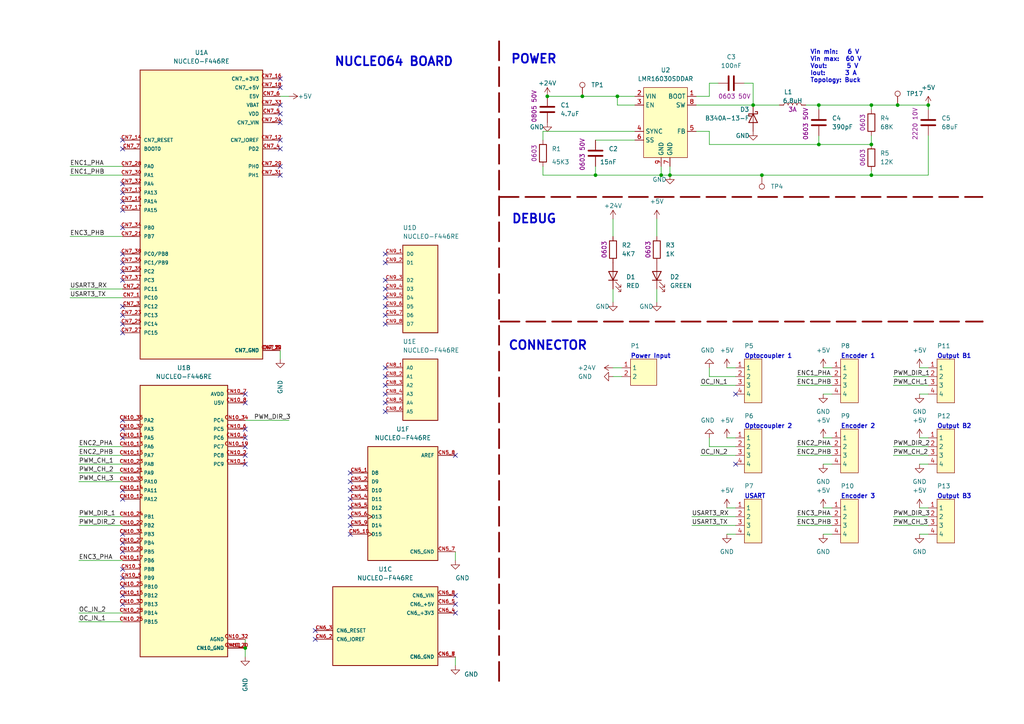
<source format=kicad_sch>
(kicad_sch (version 20230121) (generator eeschema)
  (paper "A4")
  (lib_symbols
    (symbol "Connector:TestPoint" (pin_numbers hide) (pin_names (offset 0.762) hide)
      (property "Reference" "TP" (at 0 6.858 0))
      (property "Value" "TestPoint" (at 0 5.08 0))
      (symbol "TestPoint_0_1"
        (circle (center 0 3.302) (radius 0.762))
      )
      (symbol "TestPoint_1_1"
        (pin passive line (at 0 0 90) (length 2.54) (name "1") (number "1"))
      )
    )
    (symbol "CustomConnectors:X9254WR-04-N0SN"
      (property "Reference" "P" (at -1.27 13.97 0))
      (property "Value" "X9254WR-04-N0SN" (at 3.81 5.08 90))
      (symbol "X9254WR-04-N0SN_0_1"
        (rectangle (start -2.54 0) (end 2.54 12.7) (fill (type background)))
      )
      (symbol "X9254WR-04-N0SN_1_1"
        (pin passive line (at -5.08 10.16 0) (length 2.54) (name "1") (number "1"))
        (pin passive line (at -5.08 7.62 0) (length 2.54) (name "2") (number "2"))
        (pin passive line (at -5.08 5.08 0) (length 2.54) (name "3") (number "3"))
        (pin passive line (at -5.08 2.54 0) (length 2.54) (name "4") (number "4"))
      )
    )
    (symbol "CustomModules:NUCLEO-F446RE" (pin_names (offset 1.016))
      (property "Reference" "U" (at -17.78 41.91 0))
      (property "Value" "NUCLEO-F446RE" (at -17.78 -44.45 0))
      (symbol "NUCLEO-F446RE_1_0"
        (rectangle (start -17.78 -43.18) (end 17.78 40.64) (stroke (width 0.254)) (fill (type background)))
        (pin bidirectional line (at -22.86 -25.4 0) (length 5.08) (name "PC10") (number "CN7_1"))
        (pin bidirectional line (at 22.86 20.32 180) (length 5.08) (name "CN7_IOREF") (number "CN7_12"))
        (pin bidirectional line (at -22.86 5.08 0) (length 5.08) (name "PA13") (number "CN7_13"))
        (pin bidirectional line (at -22.86 20.32 0) (length 5.08) (name "CN7_RESET") (number "CN7_14"))
        (pin bidirectional line (at -22.86 2.54 0) (length 5.08) (name "PA14") (number "CN7_15"))
        (pin power_in line (at 22.86 38.1 180) (length 5.08) (name "CN7_+3V3") (number "CN7_16"))
        (pin bidirectional line (at -22.86 0 0) (length 5.08) (name "PA15") (number "CN7_17"))
        (pin power_in line (at 22.86 35.56 180) (length 5.08) (name "CN7_+5V") (number "CN7_18"))
        (pin power_in line (at 22.86 -40.64 180) (length 5.08) (name "CN7_GND") (number "CN7_19"))
        (pin bidirectional line (at -22.86 -22.86 0) (length 5.08) (name "PC11") (number "CN7_2"))
        (pin power_in line (at 22.86 -40.64 180) (length 5.08) (name "CN7_GND") (number "CN7_20"))
        (pin bidirectional line (at -22.86 -7.62 0) (length 5.08) (name "PB7") (number "CN7_21"))
        (pin power_in line (at 22.86 -40.64 180) (length 5.08) (name "CN7_GND") (number "CN7_22"))
        (pin bidirectional line (at -22.86 -30.48 0) (length 5.08) (name "PC13") (number "CN7_23"))
        (pin power_in line (at 22.86 25.4 180) (length 5.08) (name "CN7_VIN") (number "CN7_24"))
        (pin bidirectional line (at -22.86 -33.02 0) (length 5.08) (name "PC14") (number "CN7_25"))
        (pin bidirectional line (at -22.86 -35.56 0) (length 5.08) (name "PC15") (number "CN7_27"))
        (pin bidirectional line (at -22.86 12.7 0) (length 5.08) (name "PA0") (number "CN7_28"))
        (pin bidirectional line (at 22.86 12.7 180) (length 5.08) (name "PH0") (number "CN7_29"))
        (pin bidirectional line (at -22.86 -27.94 0) (length 5.08) (name "PC12") (number "CN7_3"))
        (pin bidirectional line (at -22.86 10.16 0) (length 5.08) (name "PA1") (number "CN7_30"))
        (pin bidirectional line (at 22.86 10.16 180) (length 5.08) (name "PH1") (number "CN7_31"))
        (pin bidirectional line (at -22.86 7.62 0) (length 5.08) (name "PA4") (number "CN7_32"))
        (pin power_in line (at 22.86 30.48 180) (length 5.08) (name "VBAT") (number "CN7_33"))
        (pin bidirectional line (at -22.86 -5.08 0) (length 5.08) (name "PB0") (number "CN7_34"))
        (pin bidirectional line (at -22.86 -17.78 0) (length 5.08) (name "PC2") (number "CN7_35"))
        (pin bidirectional line (at -22.86 -15.24 0) (length 5.08) (name "PC1/PB9") (number "CN7_36"))
        (pin bidirectional line (at -22.86 -20.32 0) (length 5.08) (name "PC3") (number "CN7_37"))
        (pin bidirectional line (at -22.86 -12.7 0) (length 5.08) (name "PC0/PB8") (number "CN7_38"))
        (pin bidirectional line (at 22.86 17.78 180) (length 5.08) (name "PD2") (number "CN7_4"))
        (pin power_in line (at 22.86 27.94 180) (length 5.08) (name "VDD") (number "CN7_5"))
        (pin power_in line (at 22.86 33.02 180) (length 5.08) (name "E5V") (number "CN7_6"))
        (pin bidirectional line (at -22.86 17.78 0) (length 5.08) (name "BOOT0") (number "CN7_7"))
        (pin power_in line (at 22.86 -40.64 180) (length 5.08) (name "CN7_GND") (number "CN7_8"))
      )
      (symbol "NUCLEO-F446RE_2_0"
        (rectangle (start -12.7 -40.64) (end 12.7 38.1) (stroke (width 0.254)) (fill (type background)))
        (pin bidirectional line (at 17.78 15.24 180) (length 5.08) (name "PC9") (number "CN10_1"))
        (pin bidirectional line (at -17.78 22.86 0) (length 5.08) (name "PA5") (number "CN10_11"))
        (pin bidirectional line (at -17.78 5.08 0) (length 5.08) (name "PA12") (number "CN10_12"))
        (pin bidirectional line (at -17.78 20.32 0) (length 5.08) (name "PA6") (number "CN10_13"))
        (pin bidirectional line (at -17.78 7.62 0) (length 5.08) (name "PA11") (number "CN10_14"))
        (pin bidirectional line (at -17.78 17.78 0) (length 5.08) (name "PA7") (number "CN10_15"))
        (pin bidirectional line (at -17.78 -22.86 0) (length 5.08) (name "PB12") (number "CN10_16"))
        (pin bidirectional line (at -17.78 -12.7 0) (length 5.08) (name "PB6") (number "CN10_17"))
        (pin bidirectional line (at 17.78 20.32 180) (length 5.08) (name "PC7") (number "CN10_19"))
        (pin bidirectional line (at 17.78 17.78 180) (length 5.08) (name "PC8") (number "CN10_2"))
        (pin power_in line (at 17.78 -38.1 180) (length 5.08) (name "CN10_GND") (number "CN10_20"))
        (pin bidirectional line (at -17.78 12.7 0) (length 5.08) (name "PA9") (number "CN10_21"))
        (pin bidirectional line (at -17.78 -2.54 0) (length 5.08) (name "PB2") (number "CN10_22"))
        (pin bidirectional line (at -17.78 15.24 0) (length 5.08) (name "PA8") (number "CN10_23"))
        (pin bidirectional line (at -17.78 0 0) (length 5.08) (name "PB1") (number "CN10_24"))
        (pin bidirectional line (at -17.78 -20.32 0) (length 5.08) (name "PB10") (number "CN10_25"))
        (pin bidirectional line (at -17.78 -30.48 0) (length 5.08) (name "PB15") (number "CN10_26"))
        (pin bidirectional line (at -17.78 -7.62 0) (length 5.08) (name "PB4") (number "CN10_27"))
        (pin bidirectional line (at -17.78 -27.94 0) (length 5.08) (name "PB14") (number "CN10_28"))
        (pin bidirectional line (at -17.78 -10.16 0) (length 5.08) (name "PB5") (number "CN10_29"))
        (pin bidirectional line (at -17.78 -15.24 0) (length 5.08) (name "PB8") (number "CN10_3"))
        (pin bidirectional line (at -17.78 -25.4 0) (length 5.08) (name "PB13") (number "CN10_30"))
        (pin bidirectional line (at -17.78 -5.08 0) (length 5.08) (name "PB3") (number "CN10_31"))
        (pin power_in line (at 17.78 -35.56 180) (length 5.08) (name "AGND") (number "CN10_32"))
        (pin bidirectional line (at -17.78 10.16 0) (length 5.08) (name "PA10") (number "CN10_33"))
        (pin bidirectional line (at 17.78 27.94 180) (length 5.08) (name "PC4") (number "CN10_34"))
        (pin bidirectional line (at -17.78 27.94 0) (length 5.08) (name "PA2") (number "CN10_35"))
        (pin bidirectional line (at -17.78 25.4 0) (length 5.08) (name "PA3") (number "CN10_37"))
        (pin bidirectional line (at 17.78 22.86 180) (length 5.08) (name "PC6") (number "CN10_4"))
        (pin bidirectional line (at -17.78 -17.78 0) (length 5.08) (name "PB9") (number "CN10_5"))
        (pin bidirectional line (at 17.78 25.4 180) (length 5.08) (name "PC5") (number "CN10_6"))
        (pin power_in line (at 17.78 35.56 180) (length 5.08) (name "AVDD") (number "CN10_7"))
        (pin power_in line (at 17.78 33.02 180) (length 5.08) (name "U5V") (number "CN10_8"))
        (pin power_in line (at 17.78 -38.1 180) (length 5.08) (name "CN10_GND") (number "CN10_9"))
      )
      (symbol "NUCLEO-F446RE_3_0"
        (rectangle (start -15.24 -12.7) (end 15.24 10.16) (stroke (width 0.254)) (fill (type background)))
        (pin bidirectional line (at -20.32 -5.08 0) (length 5.08) (name "CN6_IOREF") (number "CN6_2"))
        (pin bidirectional line (at -20.32 -2.54 0) (length 5.08) (name "CN6_RESET") (number "CN6_3"))
        (pin power_in line (at 20.32 2.54 180) (length 5.08) (name "CN6_+3V3") (number "CN6_4"))
        (pin power_in line (at 20.32 5.08 180) (length 5.08) (name "CN6_+5V") (number "CN6_5"))
        (pin power_in line (at 20.32 -10.16 180) (length 5.08) (name "CN6_GND") (number "CN6_6"))
        (pin power_in line (at 20.32 -10.16 180) (length 5.08) (name "CN6_GND") (number "CN6_7"))
        (pin power_in line (at 20.32 7.62 180) (length 5.08) (name "CN6_VIN") (number "CN6_8"))
      )
      (symbol "NUCLEO-F446RE_4_0"
        (rectangle (start -5.08 -12.7) (end 5.08 12.7) (stroke (width 0.254)) (fill (type background)))
        (pin input line (at -10.16 10.16 0) (length 5.08) (name "D0") (number "CN9_1"))
        (pin output line (at -10.16 7.62 0) (length 5.08) (name "D1") (number "CN9_2"))
        (pin bidirectional line (at -10.16 2.54 0) (length 5.08) (name "D2") (number "CN9_3"))
        (pin bidirectional line (at -10.16 0 0) (length 5.08) (name "D3") (number "CN9_4"))
        (pin bidirectional line (at -10.16 -2.54 0) (length 5.08) (name "D4") (number "CN9_5"))
        (pin bidirectional line (at -10.16 -5.08 0) (length 5.08) (name "D5") (number "CN9_6"))
        (pin bidirectional line (at -10.16 -7.62 0) (length 5.08) (name "D6") (number "CN9_7"))
        (pin bidirectional line (at -10.16 -10.16 0) (length 5.08) (name "D7") (number "CN9_8"))
      )
      (symbol "NUCLEO-F446RE_5_0"
        (rectangle (start -5.08 -10.16) (end 5.08 7.62) (stroke (width 0.254)) (fill (type background)))
        (pin input line (at -10.16 5.08 0) (length 5.08) (name "A0") (number "CN8_1"))
        (pin input line (at -10.16 2.54 0) (length 5.08) (name "A1") (number "CN8_2"))
        (pin input line (at -10.16 0 0) (length 5.08) (name "A2") (number "CN8_3"))
        (pin input line (at -10.16 -2.54 0) (length 5.08) (name "A3") (number "CN8_4"))
        (pin input line (at -10.16 -5.08 0) (length 5.08) (name "A4") (number "CN8_5"))
        (pin input line (at -10.16 -7.62 0) (length 5.08) (name "A5") (number "CN8_6"))
      )
      (symbol "NUCLEO-F446RE_6_0"
        (rectangle (start -10.16 -17.78) (end 10.16 15.24) (stroke (width 0.254)) (fill (type background)))
        (pin bidirectional line (at -15.24 7.62 0) (length 5.08) (name "D8") (number "CN5_1"))
        (pin bidirectional clock (at -15.24 -10.16 0) (length 5.08) (name "D15") (number "CN5_10"))
        (pin bidirectional line (at -15.24 5.08 0) (length 5.08) (name "D9") (number "CN5_2"))
        (pin bidirectional line (at -15.24 2.54 0) (length 5.08) (name "D10") (number "CN5_3"))
        (pin bidirectional line (at -15.24 0 0) (length 5.08) (name "D11") (number "CN5_4"))
        (pin bidirectional line (at -15.24 -2.54 0) (length 5.08) (name "D12") (number "CN5_5"))
        (pin bidirectional clock (at -15.24 -5.08 0) (length 5.08) (name "D13") (number "CN5_6"))
        (pin power_in line (at 15.24 -15.24 180) (length 5.08) (name "CN5_GND") (number "CN5_7"))
        (pin power_in line (at 15.24 12.7 180) (length 5.08) (name "AREF") (number "CN5_8"))
        (pin bidirectional line (at -15.24 -7.62 0) (length 5.08) (name "D14") (number "CN5_9"))
      )
    )
    (symbol "Device:C" (pin_numbers hide) (pin_names (offset 0.254))
      (property "Reference" "C" (at 0.635 2.54 0))
      (property "Value" "C" (at 0.635 -2.54 0))
      (symbol "C_0_1"
        (polyline (pts (xy -2.032 -0.762) (xy 2.032 -0.762)) (stroke (width 0.508)))
        (polyline (pts (xy -2.032 0.762) (xy 2.032 0.762)) (stroke (width 0.508)))
      )
      (symbol "C_1_1"
        (pin passive line (at 0 3.81 270) (length 2.794) (name "~") (number "1"))
        (pin passive line (at 0 -3.81 90) (length 2.794) (name "~") (number "2"))
      )
    )
    (symbol "Device:D_Schottky" (pin_numbers hide) (pin_names (offset 1.016) hide)
      (property "Reference" "D" (at 0 2.54 0))
      (property "Value" "D_Schottky" (at 0 -2.54 0))
      (symbol "D_Schottky_0_1"
        (polyline (pts (xy 1.27 0) (xy -1.27 0)))
        (polyline (pts (xy 1.27 1.27) (xy 1.27 -1.27) (xy -1.27 0) (xy 1.27 1.27)) (stroke (width 0.254)))
        (polyline (pts (xy -1.905 0.635) (xy -1.905 1.27) (xy -1.27 1.27) (xy -1.27 -1.27) (xy -0.635 -1.27) (xy -0.635 -0.635)) (stroke (width 0.254)))
      )
      (symbol "D_Schottky_1_1"
        (pin passive line (at -3.81 0 0) (length 2.54) (name "K") (number "1"))
        (pin passive line (at 3.81 0 180) (length 2.54) (name "A") (number "2"))
      )
    )
    (symbol "Device:L" (pin_numbers hide) (pin_names (offset 1.016) hide)
      (property "Reference" "L" (at -1.27 0 90))
      (property "Value" "L" (at 1.905 0 90))
      (symbol "L_0_1"
        (arc (start 0 -2.54) (mid 0.6323 -1.905) (end 0 -1.27))
        (arc (start 0 -1.27) (mid 0.6323 -0.635) (end 0 0))
        (arc (start 0 0) (mid 0.6323 0.635) (end 0 1.27))
        (arc (start 0 1.27) (mid 0.6323 1.905) (end 0 2.54))
      )
      (symbol "L_1_1"
        (pin passive line (at 0 3.81 270) (length 1.27) (name "1") (number "1"))
        (pin passive line (at 0 -3.81 90) (length 1.27) (name "2") (number "2"))
      )
    )
    (symbol "Device:LED" (pin_numbers hide) (pin_names (offset 1.016) hide)
      (property "Reference" "D" (at 0 2.54 0))
      (property "Value" "LED" (at 0 -2.54 0))
      (symbol "LED_0_1"
        (polyline (pts (xy -1.27 -1.27) (xy -1.27 1.27)) (stroke (width 0.254)))
        (polyline (pts (xy -1.27 0) (xy 1.27 0)))
        (polyline (pts (xy 1.27 -1.27) (xy 1.27 1.27) (xy -1.27 0) (xy 1.27 -1.27)) (stroke (width 0.254)))
        (polyline (pts (xy -3.048 -0.762) (xy -4.572 -2.286) (xy -3.81 -2.286) (xy -4.572 -2.286) (xy -4.572 -1.524)))
        (polyline (pts (xy -1.778 -0.762) (xy -3.302 -2.286) (xy -2.54 -2.286) (xy -3.302 -2.286) (xy -3.302 -1.524)))
      )
      (symbol "LED_1_1"
        (pin passive line (at -3.81 0 0) (length 2.54) (name "K") (number "1"))
        (pin passive line (at 3.81 0 180) (length 2.54) (name "A") (number "2"))
      )
    )
    (symbol "Device:R" (pin_numbers hide) (pin_names (offset 0))
      (property "Reference" "R" (at 2.032 0 90))
      (property "Value" "R" (at 0 0 90))
      (symbol "R_0_1"
        (rectangle (start -1.016 -2.54) (end 1.016 2.54) (stroke (width 0.254)))
      )
      (symbol "R_1_1"
        (pin passive line (at 0 3.81 270) (length 1.27) (name "~") (number "1"))
        (pin passive line (at 0 -3.81 90) (length 1.27) (name "~") (number "2"))
      )
    )
    (symbol "PluggableTerminalBlock:TB_1x2_5.08mm_RA"
      (property "Reference" "P" (at 0 10.16 0))
      (property "Value" "TB_1x2_5.08mm_RA" (at 10.16 2.54 90))
      (symbol "TB_1x2_5.08mm_RA_0_1"
        (rectangle (start 0 0) (end 7.62 7.62) (fill (type background)))
      )
      (symbol "TB_1x2_5.08mm_RA_1_1"
        (pin passive line (at -2.54 5.08 0) (length 2.54) (name "1") (number "1"))
        (pin passive line (at -2.54 2.54 0) (length 2.54) (name "2") (number "2"))
      )
    )
    (symbol "SwitchingRegulators:LMR16030SDDAR"
      (property "Reference" "U" (at 12.7 1.27 0))
      (property "Value" "LMR16030SDDAR" (at 20.32 -1.27 0))
      (property "LCSC" "C136648" (at 0 0 0))
      (symbol "LMR16030SDDAR_0_1"
        (rectangle (start 12.7 -2.54) (end 25.4 -22.86) (fill (type background)))
      )
      (symbol "LMR16030SDDAR_1_1"
        (pin power_in line (at 27.94 -5.08 180) (length 2.54) (name "BOOT") (number "1"))
        (pin power_in line (at 10.16 -5.08 0) (length 2.54) (name "VIN") (number "2"))
        (pin passive line (at 10.16 -7.62 0) (length 2.54) (name "EN") (number "3"))
        (pin passive line (at 10.16 -15.24 0) (length 2.54) (name "SYNC") (number "4"))
        (pin passive line (at 27.94 -15.24 180) (length 2.54) (name "FB") (number "5"))
        (pin passive line (at 10.16 -17.78 0) (length 2.54) (name "SS") (number "6"))
        (pin passive line (at 20.32 -25.4 90) (length 2.54) (name "GND") (number "7"))
        (pin power_out line (at 27.94 -7.62 180) (length 2.54) (name "SW") (number "8"))
        (pin passive line (at 17.78 -25.4 90) (length 2.54) (name "GND") (number "9"))
      )
    )
    (symbol "power:+24V" (power) (pin_names (offset 0))
      (property "Value" "+24V" (at 0 3.556 0))
      (symbol "+24V_0_1"
        (polyline (pts (xy -0.762 1.27) (xy 0 2.54)))
        (polyline (pts (xy 0 0) (xy 0 2.54)))
        (polyline (pts (xy 0 2.54) (xy 0.762 1.27)))
      )
      (symbol "+24V_1_1"
        (pin power_in line (at 0 0 90) (length 0) hide (name "+24V") (number "1"))
      )
    )
    (symbol "power:+5V" (power) (pin_names (offset 0))
      (property "Value" "+5V" (at 0 3.556 0))
      (symbol "+5V_0_1"
        (polyline (pts (xy -0.762 1.27) (xy 0 2.54)))
        (polyline (pts (xy 0 0) (xy 0 2.54)))
        (polyline (pts (xy 0 2.54) (xy 0.762 1.27)))
      )
      (symbol "+5V_1_1"
        (pin power_in line (at 0 0 90) (length 0) hide (name "+5V") (number "1"))
      )
    )
    (symbol "power:GND" (power) (pin_names (offset 0))
      (property "Value" "GND" (at 0 -3.81 0))
      (symbol "GND_0_1"
        (polyline (pts (xy 0 0) (xy 0 -1.27) (xy 1.27 -1.27) (xy 0 -2.54) (xy -1.27 -1.27) (xy 0 -1.27)))
      )
      (symbol "GND_1_1"
        (pin power_in line (at 0 0 270) (length 0) hide (name "GND") (number "1"))
      )
    )
  )
  (junction (at 220.98 50.8))
  (junction (at 191.77 50.8))
  (junction (at 269.24 30.48))
  (junction (at 158.75 27.94))
  (junction (at 237.49 30.48))
  (junction (at 179.07 27.94))
  (junction (at 71.12 187.96))
  (junction (at 252.73 30.48))
  (junction (at 168.91 27.94))
  (junction (at 218.44 30.48))
  (junction (at 260.35 30.48))
  (junction (at 194.31 50.8))
  (junction (at 237.49 41.91))
  (junction (at 252.73 41.91))
  (junction (at 252.73 50.8))
  (junction (at 172.72 50.8))
  (no_connect (at 35.56 142.24))
  (no_connect (at 111.76 119.38))
  (no_connect (at 71.12 116.84))
  (no_connect (at 81.28 48.26))
  (no_connect (at 35.56 60.96))
  (no_connect (at 81.28 50.8))
  (no_connect (at 35.56 91.44))
  (no_connect (at 111.76 106.68))
  (no_connect (at 213.36 134.62))
  (no_connect (at 111.76 111.76))
  (no_connect (at 111.76 109.22))
  (no_connect (at 35.56 76.2))
  (no_connect (at 35.56 165.1))
  (no_connect (at 35.56 157.48))
  (no_connect (at 91.44 185.42))
  (no_connect (at 35.56 175.26))
  (no_connect (at 132.08 172.72))
  (no_connect (at 35.56 160.02))
  (no_connect (at 132.08 177.8))
  (no_connect (at 81.28 35.56))
  (no_connect (at 81.28 22.86))
  (no_connect (at 81.28 25.4))
  (no_connect (at 111.76 116.84))
  (no_connect (at 35.56 127))
  (no_connect (at 111.76 88.9))
  (no_connect (at 111.76 114.3))
  (no_connect (at 101.6 142.24))
  (no_connect (at 35.56 172.72))
  (no_connect (at 101.6 139.7))
  (no_connect (at 71.12 132.08))
  (no_connect (at 81.28 40.64))
  (no_connect (at 111.76 86.36))
  (no_connect (at 71.12 114.3))
  (no_connect (at 35.56 78.74))
  (no_connect (at 35.56 58.42))
  (no_connect (at 132.08 175.26))
  (no_connect (at 71.12 124.46))
  (no_connect (at 35.56 43.18))
  (no_connect (at 111.76 93.98))
  (no_connect (at 111.76 81.28))
  (no_connect (at 101.6 144.78))
  (no_connect (at 35.56 40.64))
  (no_connect (at 35.56 53.34))
  (no_connect (at 101.6 137.16))
  (no_connect (at 111.76 73.66))
  (no_connect (at 111.76 83.82))
  (no_connect (at 81.28 33.02))
  (no_connect (at 81.28 30.48))
  (no_connect (at 35.56 93.98))
  (no_connect (at 71.12 134.62))
  (no_connect (at 35.56 170.18))
  (no_connect (at 35.56 121.92))
  (no_connect (at 101.6 154.94))
  (no_connect (at 35.56 73.66))
  (no_connect (at 35.56 154.94))
  (no_connect (at 101.6 152.4))
  (no_connect (at 35.56 88.9))
  (no_connect (at 35.56 167.64))
  (no_connect (at 111.76 91.44))
  (no_connect (at 111.76 76.2))
  (no_connect (at 35.56 66.04))
  (no_connect (at 35.56 144.78))
  (no_connect (at 213.36 114.3))
  (no_connect (at 71.12 129.54))
  (no_connect (at 35.56 124.46))
  (no_connect (at 35.56 96.52))
  (no_connect (at 101.6 149.86))
  (no_connect (at 35.56 81.28))
  (no_connect (at 71.12 127))
  (no_connect (at 35.56 55.88))
  (no_connect (at 81.28 43.18))
  (no_connect (at 91.44 182.88))
  (no_connect (at 132.08 132.08))
  (no_connect (at 101.6 147.32))
  (wire (pts (xy 205.74 27.94) (xy 205.74 24.13)))
  (wire (pts (xy 213.36 106.68) (xy 210.82 106.68)))
  (wire (pts (xy 259.08 109.22) (xy 269.24 109.22)))
  (wire (pts (xy 205.74 41.91) (xy 205.74 38.1)))
  (wire (pts (xy 22.86 132.08) (xy 35.56 132.08)))
  (wire (pts (xy 177.8 63.5) (xy 177.8 68.58)))
  (wire (pts (xy 157.48 38.1) (xy 157.48 40.64)))
  (wire (pts (xy 157.48 50.8) (xy 172.72 50.8)))
  (wire (pts (xy 180.34 109.22) (xy 177.8 109.22)))
  (wire (pts (xy 205.74 106.68) (xy 205.74 109.22)))
  (wire (pts (xy 252.73 39.37) (xy 252.73 41.91)))
  (wire (pts (xy 241.3 129.54) (xy 231.14 129.54)))
  (wire (pts (xy 157.48 38.1) (xy 184.15 38.1)))
  (wire (pts (xy 266.7 127) (xy 269.24 127)))
  (wire (pts (xy 71.12 185.42) (xy 71.12 187.96)))
  (wire (pts (xy 177.8 83.82) (xy 177.8 87.63)))
  (wire (pts (xy 35.56 152.4) (xy 22.86 152.4)))
  (wire (pts (xy 237.49 41.91) (xy 252.73 41.91)))
  (wire (pts (xy 269.24 30.48) (xy 269.24 31.75)))
  (wire (pts (xy 179.07 27.94) (xy 184.15 27.94)))
  (wire (pts (xy 241.3 106.68) (xy 238.76 106.68)))
  (wire (pts (xy 241.3 152.4) (xy 231.14 152.4)))
  (wire (pts (xy 132.08 190.5) (xy 132.08 193.04)))
  (wire (pts (xy 241.3 109.22) (xy 231.14 109.22)))
  (wire (pts (xy 172.72 48.26) (xy 172.72 50.8)))
  (wire (pts (xy 35.56 50.8) (xy 20.32 50.8)))
  (wire (pts (xy 184.15 30.48) (xy 179.07 30.48)))
  (wire (pts (xy 20.32 86.36) (xy 35.56 86.36)))
  (wire (pts (xy 145.161 93.2688) (xy 284.988 93.2688)) (stroke (width 0.5) (type dash) (color 132 0 0 1)))
  (wire (pts (xy 266.7 106.68) (xy 269.24 106.68)))
  (wire (pts (xy 194.31 48.26) (xy 194.31 50.8)))
  (wire (pts (xy 205.74 38.1) (xy 201.93 38.1)))
  (wire (pts (xy 241.3 149.86) (xy 231.14 149.86)))
  (wire (pts (xy 252.73 30.48) (xy 260.35 30.48)))
  (wire (pts (xy 168.91 27.94) (xy 179.07 27.94)))
  (wire (pts (xy 81.28 101.6) (xy 81.28 104.14)))
  (wire (pts (xy 35.56 149.86) (xy 22.86 149.86)))
  (wire (pts (xy 237.49 39.37) (xy 237.49 41.91)))
  (wire (pts (xy 158.75 27.94) (xy 168.91 27.94)))
  (wire (pts (xy 191.77 48.26) (xy 191.77 50.8)))
  (wire (pts (xy 213.36 111.76) (xy 203.2 111.76)))
  (wire (pts (xy 252.73 50.8) (xy 220.98 50.8)))
  (wire (pts (xy 144.7546 11.9888) (xy 144.7546 198.0184)) (stroke (width 0.5) (type dash) (color 132 0 0 1)))
  (wire (pts (xy 266.7 114.3) (xy 269.24 114.3)))
  (wire (pts (xy 20.32 83.82) (xy 35.56 83.82)))
  (wire (pts (xy 252.73 30.48) (xy 252.73 31.75)))
  (wire (pts (xy 241.3 154.94) (xy 238.76 154.94)))
  (wire (pts (xy 213.36 109.22) (xy 205.74 109.22)))
  (wire (pts (xy 266.7 134.62) (xy 269.24 134.62)))
  (wire (pts (xy 259.08 132.08) (xy 269.24 132.08)))
  (wire (pts (xy 200.66 149.86) (xy 213.36 149.86)))
  (wire (pts (xy 241.3 132.08) (xy 231.14 132.08)))
  (wire (pts (xy 213.36 132.08) (xy 203.2 132.08)))
  (wire (pts (xy 22.86 139.7) (xy 35.56 139.7)))
  (wire (pts (xy 201.93 27.94) (xy 205.74 27.94)))
  (wire (pts (xy 22.86 162.56) (xy 35.56 162.56)))
  (wire (pts (xy 269.24 154.94) (xy 266.7 154.94)))
  (wire (pts (xy 144.907 57.1246) (xy 284.9118 57.1246)) (stroke (width 0.5) (type dash) (color 132 0 0 1)))
  (wire (pts (xy 269.24 147.32) (xy 266.7 147.32)))
  (wire (pts (xy 269.24 39.37) (xy 269.24 50.8)))
  (wire (pts (xy 71.12 187.96) (xy 71.12 190.5)))
  (wire (pts (xy 172.72 50.8) (xy 191.77 50.8)))
  (wire (pts (xy 241.3 114.3) (xy 238.76 114.3)))
  (wire (pts (xy 237.49 30.48) (xy 252.73 30.48)))
  (wire (pts (xy 220.98 50.8) (xy 194.31 50.8)))
  (wire (pts (xy 22.86 137.16) (xy 35.56 137.16)))
  (wire (pts (xy 259.08 129.54) (xy 269.24 129.54)))
  (wire (pts (xy 252.73 49.53) (xy 252.73 50.8)))
  (wire (pts (xy 237.49 30.48) (xy 237.49 31.75)))
  (wire (pts (xy 81.28 27.94) (xy 83.82 27.94)))
  (wire (pts (xy 35.56 48.26) (xy 20.32 48.26)))
  (wire (pts (xy 190.5 83.82) (xy 190.5 87.63)))
  (wire (pts (xy 284.988 93.2434) (xy 284.988 93.2688)) (stroke (width 0.5) (type dash) (color 132 0 0 1)))
  (wire (pts (xy 20.32 68.58) (xy 35.56 68.58)))
  (wire (pts (xy 201.93 30.48) (xy 218.44 30.48)))
  (wire (pts (xy 172.72 40.64) (xy 184.15 40.64)))
  (wire (pts (xy 218.44 30.48) (xy 226.06 30.48)))
  (wire (pts (xy 213.36 154.94) (xy 210.82 154.94)))
  (wire (pts (xy 241.3 134.62) (xy 238.76 134.62)))
  (wire (pts (xy 241.3 111.76) (xy 231.14 111.76)))
  (wire (pts (xy 35.56 177.8) (xy 22.86 177.8)))
  (wire (pts (xy 191.77 50.8) (xy 194.31 50.8)))
  (wire (pts (xy 213.36 127) (xy 210.82 127)))
  (wire (pts (xy 157.48 50.8) (xy 157.48 48.26)))
  (wire (pts (xy 190.5 63.5) (xy 190.5 68.58)))
  (wire (pts (xy 213.36 147.32) (xy 210.82 147.32)))
  (wire (pts (xy 269.24 50.8) (xy 252.73 50.8)))
  (wire (pts (xy 205.74 127) (xy 205.74 129.54)))
  (wire (pts (xy 205.74 24.13) (xy 208.28 24.13)))
  (wire (pts (xy 22.86 134.62) (xy 35.56 134.62)))
  (wire (pts (xy 180.34 106.68) (xy 177.8 106.68)))
  (wire (pts (xy 71.12 121.92) (xy 83.82 121.92)))
  (wire (pts (xy 269.24 149.86) (xy 259.08 149.86)))
  (wire (pts (xy 215.9 24.13) (xy 218.44 24.13)))
  (wire (pts (xy 284.9118 57.0992) (xy 284.9118 57.1246)) (stroke (width 0.5) (type dash) (color 132 0 0 1)))
  (wire (pts (xy 260.35 30.48) (xy 269.24 30.48)))
  (wire (pts (xy 200.66 152.4) (xy 213.36 152.4)))
  (wire (pts (xy 218.44 24.13) (xy 218.44 30.48)))
  (wire (pts (xy 259.08 111.76) (xy 269.24 111.76)))
  (wire (pts (xy 269.24 152.4) (xy 259.08 152.4)))
  (wire (pts (xy 233.68 30.48) (xy 237.49 30.48)))
  (wire (pts (xy 241.3 127) (xy 238.76 127)))
  (wire (pts (xy 205.74 41.91) (xy 237.49 41.91)))
  (wire (pts (xy 35.56 180.34) (xy 22.86 180.34)))
  (wire (pts (xy 241.3 147.32) (xy 238.76 147.32)))
  (wire (pts (xy 22.86 129.54) (xy 35.56 129.54)))
  (wire (pts (xy 179.07 30.48) (xy 179.07 27.94)))
  (wire (pts (xy 213.36 129.54) (xy 205.74 129.54)))
  (wire (pts (xy 132.08 160.02) (xy 132.08 162.56)))
  (text "DEBUG" (at 148.2852 65.1002 0) (effects (font (size 2.54 2.54) (thickness 0.508) bold) (justify left bottom)))
  (text "Optocoupler 1" (at 215.9 104.14 0) (effects (font (size 1.27 1.27) bold) (justify left bottom)))
  (text "Vin min:   6 V\nVin max:  60 V\nVout:      5 V\nIout:      3 A\nTopology: Buck" (at 234.95 24.13 0) (effects (font (size 1.27 1.27) (thickness 0.254) bold) (justify left bottom)))
  (text "Output B1" (at 271.78 104.14 0) (effects (font (size 1.27 1.27) bold) (justify left bottom)))
  (text "Power Input" (at 182.88 104.14 0) (effects (font (size 1.27 1.27) (thickness 0.254) bold) (justify left bottom)))
  (text "CONNECTOR" (at 147.32 101.8032 0) (effects (font (size 2.54 2.54) (thickness 0.508) bold) (justify left bottom)))
  (text "Encoder 2" (at 243.84 124.46 0) (effects (font (size 1.27 1.27) bold) (justify left bottom)))
  (text "POWER" (at 148.0312 18.7452 0) (effects (font (size 2.54 2.54) (thickness 0.508) bold) (justify left bottom)))
  (text "Encoder 1" (at 243.84 104.14 0) (effects (font (size 1.27 1.27) bold) (justify left bottom)))
  (text "USART" (at 215.9 144.78 0) (effects (font (size 1.27 1.27) bold) (justify left bottom)))
  (text "Optocoupler 2" (at 215.9 124.46 0) (effects (font (size 1.27 1.27) bold) (justify left bottom)))
  (text "NUCLEO64 BOARD" (at 96.8502 19.4818 0) (effects (font (size 2.54 2.54) (thickness 0.508) bold) (justify left bottom)))
  (text "Output B2" (at 271.78 124.46 0) (effects (font (size 1.27 1.27) bold) (justify left bottom)))
  (text "Output B3" (at 271.78 144.78 0) (effects (font (size 1.27 1.27) bold) (justify left bottom)))
  (text "Encoder 3" (at 243.84 144.78 0) (effects (font (size 1.27 1.27) bold) (justify left bottom)))
  (label "ENC2_PHA" (at 231.14 129.54 0))
  (label "ENC3_PHB" (at 20.32 68.58 0))
  (label "ENC2_PHA" (at 22.86 129.54 0))
  (label "USART3_RX" (at 200.66 149.86 0))
  (label "ENC3_PHA" (at 231.14 149.86 0))
  (label "PWM_CH_3" (at 22.86 139.7 0))
  (label "PWM_CH_2" (at 22.86 137.16 0))
  (label "PWM_DIR_2" (at 22.86 152.4 0))
  (label "PWM_CH_1" (at 22.86 134.62 0))
  (label "PWM_CH_2" (at 259.08 132.08 0))
  (label "PWM_DIR_2" (at 259.08 129.54 0))
  (label "PWM_DIR_3" (at 259.08 149.86 0))
  (label "USART3_RX" (at 20.32 83.82 0))
  (label "USART3_TX" (at 20.32 86.36 0))
  (label "PWM_CH_3" (at 259.08 152.4 0))
  (label "PWM_DIR_1" (at 22.86 149.86 0))
  (label "OC_IN_1" (at 203.2 111.76 0))
  (label "ENC1_PHA" (at 231.14 109.22 0))
  (label "ENC3_PHB" (at 231.14 152.4 0))
  (label "PWM_DIR_1" (at 259.08 109.22 0))
  (label "ENC2_PHB" (at 22.86 132.08 0))
  (label "ENC2_PHB" (at 231.14 132.08 0))
  (label "USART3_TX" (at 200.66 152.4 0))
  (label "OC_IN_2" (at 22.86 177.8 0))
  (label "ENC1_PHB" (at 231.14 111.76 0))
  (label "OC_IN_1" (at 22.86 180.34 0))
  (label "PWM_CH_1" (at 259.08 111.76 0))
  (label "OC_IN_2" (at 203.2 132.08 0))
  (label "ENC1_PHA" (at 20.32 48.26 0))
  (label "ENC1_PHB" (at 20.32 50.8 0))
  (label "ENC3_PHA" (at 22.86 162.56 0))
  (label "PWM_DIR_3" (at 73.66 121.92 0))
  (symbol (lib_id "power:GND") (at 190.5 87.63 0) (unit 1)
    (property "Reference" "#PWR0137" (effects hide))
    (property "Value" "GND" (at 185.42 88.9 0) (effects (justify left)))
  )
  (symbol (lib_id "power:GND") (at 238.76 114.3 0) (unit 1)
    (property "Reference" "#PWR0117" (effects hide))
    (property "Value" "GND" (at 238.76 119.38 0))
  )
  (symbol (lib_id "Device:C") (at 172.72 44.45 0) (unit 1)
    (property "Reference" "C2" (at 176.53 43.1799 0) (effects (justify left)))
    (property "Value" "15nF" (at 173.99 46.99 0) (effects (justify left)))
    (property "Footprint" "Capacitor_SMD:C_0603_1608Metric" (effects hide))
    (property "LCSC" "C107076" (effects hide))
    (property "PN" "CC0603KRX7R9BB153" (effects hide))
    (property "Package" "0603" (at 168.91 46.99 90))
    (property "Tolerance" "20%" (effects hide))
    (property "Voltage" "50V" (at 168.91 41.91 90))
  )
  (symbol (lib_id "SwitchingRegulators:LMR16030SDDAR") (at 173.99 22.86 0) (unit 1)
    (property "Reference" "U2" (at 193.04 20.32 0))
    (property "Value" "LMR16030SDDAR" (at 193.04 22.86 0))
    (property "Footprint" "SwitchingRegulators:VREG_LM5017MR_NOPB" (effects hide))
    (property "Datasheet" "https://datasheet.lcsc.com/lcsc/1912111437_Texas-Instruments-LMR16030SDDAR_C136648.pdf" (effects hide))
    (property "LCSC" "C136648" (effects hide))
    (property "PN" "LMR16030SDDAR" (effects hide))
  )
  (symbol (lib_id "Device:C") (at 269.24 35.56 0) (unit 1)
    (property "Reference" "C5" (at 273.05 34.2899 0) (effects (justify left)))
    (property "Value" "68uF" (at 273.05 36.8299 0) (effects (justify left)))
    (property "Footprint" "Capacitor_SMD:C_2220_5650Metric" (effects hide))
    (property "Datasheet" "https://www.lcsc.com/products/Capacitors_312.html" (effects hide))
    (property "Voltage" "10V" (at 265.43 33.02 90))
    (property "Package" "2220" (at 265.43 38.1 90))
    (property "LCSC" "C342299" (effects hide))
    (property "PN" "C5750X5R1A686MT000N" (effects hide))
    (property "Tolerance" "20%" (effects hide))
  )
  (symbol (lib_id "CustomModules:NUCLEO-F446RE") (at 58.42 60.96 0) (unit 1)
    (property "Reference" "U1" (at 58.42 15.24 0))
    (property "Value" "NUCLEO-F446RE" (at 58.42 17.78 0))
    (property "Footprint" "modules:MODULE_NUCLEO-F446RE" (effects hide))
    (property "MANUFACTURER" "STMicroelectronics" (effects hide))
    (property "PARTREV" "13" (effects hide))
    (property "STANDARD" "Manufacturer Recommendations" (effects hide))
    (property "LCSC" "-" (effects hide))
    (property "JLCPCB BOM" "0" (effects hide))
  )
  (symbol (lib_id "power:+24V") (at 177.8 63.5 0) (unit 1)
    (property "Reference" "#PWR0134" (effects hide))
    (property "Value" "+24V" (at 177.8 59.69 0))
  )
  (symbol (lib_id "power:GND") (at 81.28 104.14 0) (unit 1)
    (property "Reference" "#PWR0124" (effects hide))
    (property "Value" "GND" (at 81.28 114.3 90) (effects (justify left)))
  )
  (symbol (lib_id "Device:C") (at 158.75 31.75 0) (unit 1)
    (property "Reference" "C1" (at 162.56 30.4799 0) (effects (justify left)))
    (property "Value" "4.7uF" (at 162.56 33.0199 0) (effects (justify left)))
    (property "Footprint" "Capacitor_SMD:C_0805_2012Metric" (effects hide))
    (property "LCSC" "C98192" (effects hide))
    (property "PN" "CL21A475KBQNNNE" (effects hide))
    (property "Package" "0805" (at 154.94 33.02 90))
    (property "Tolerance" "20%" (effects hide))
    (property "Voltage" "50V" (at 154.94 27.94 90))
  )
  (symbol (lib_id "PluggableTerminalBlock:TB_1x2_5.08mm_RA") (at 182.88 111.76 0) (unit 1)
    (property "Reference" "P1" (at 182.88 100.33 0) (effects (justify left)))
    (property "Value" "TB_1x2_5.08mm_RA" (effects hide))
    (property "Footprint" "PluggableTerminalBLock:MX2EDGR-5.08-GN01-02P-Cu-A" (effects hide))
    (property "LCSC" "C5187973" (effects hide))
    (property "PN" "MX2EDGR-5.08-GN01-02P-Cu-A" (effects hide))
    (property "Package" "-" (effects hide))
    (property "Tolerance" "-" (effects hide))
  )
  (symbol (lib_id "Connector:TestPoint") (at 220.98 50.8 180) (unit 1) (in_bom no)
    (property "Reference" "TP4" (at 223.52 54.1019 0) (effects (justify right)))
    (property "Value" "+5V_TP" (effects hide))
    (property "Footprint" "TestPoint:TestPoint_Pad_D1.0mm" (effects hide))
    (property "LCSC" "-" (effects hide))
    (property "JLCPCB BOM" "0" (effects hide))
  )
  (symbol (lib_id "power:GND") (at 158.75 35.56 0) (unit 1)
    (property "Reference" "#PWR0139" (effects hide))
    (property "Value" "GND" (at 153.67 36.83 0) (effects (justify left)))
  )
  (symbol (lib_id "power:GND") (at 218.44 38.1 0) (unit 1)
    (property "Reference" "#PWR0132" (effects hide))
    (property "Value" "GND" (at 213.36 39.37 0) (effects (justify left)))
  )
  (symbol (lib_id "power:GND") (at 238.76 134.62 0) (unit 1)
    (property "Reference" "#PWR0110" (effects hide))
    (property "Value" "GND" (at 238.76 139.7 0))
  )
  (symbol (lib_id "power:+5V") (at 190.5 63.5 0) (unit 1)
    (property "Reference" "#PWR0135" (effects hide))
    (property "Value" "+5V" (at 190.5 58.42 0))
  )
  (symbol (lib_id "CustomModules:NUCLEO-F446RE") (at 53.34 149.86 0) (unit 2)
    (property "Reference" "U1" (at 53.34 106.68 0))
    (property "Value" "NUCLEO-F446RE" (at 53.34 109.22 0))
    (property "Footprint" "modules:MODULE_NUCLEO-F446RE" (effects hide))
    (property "MANUFACTURER" "STMicroelectronics" (effects hide))
    (property "PARTREV" "13" (effects hide))
    (property "STANDARD" "Manufacturer Recommendations" (effects hide))
    (property "LCSC" "-" (effects hide))
    (property "JLCPCB BOM" "0" (effects hide))
  )
  (symbol (lib_id "CustomConnectors:X9254WR-04-N0SN") (at 218.44 116.84 0) (unit 1)
    (property "Reference" "P5" (at 215.9 100.33 0) (effects (justify left)))
    (property "Value" "X9254WR-04-N0SN" (effects hide))
    (property "Footprint" "CustomConnectors:X9254WR-04-N0SN" (effects hide))
    (property "LCSC" "C706941" (effects hide))
    (property "PN" "X9254WR-04-N0SN" (effects hide))
    (property "Package" "-" (effects hide))
    (property "Tolerance" "-" (effects hide))
  )
  (symbol (lib_id "power:+5V") (at 266.7 106.68 0) (unit 1)
    (property "Reference" "#PWR0119" (effects hide))
    (property "Value" "+5V" (at 266.7 101.6 0))
  )
  (symbol (lib_id "Connector:TestPoint") (at 260.35 30.48 0) (unit 1) (in_bom no)
    (property "Reference" "TP17" (at 262.89 27.1779 0) (effects (justify left)))
    (property "Value" "+5V" (effects hide))
    (property "Footprint" "TestPoint:TestPoint_Pad_D1.0mm" (effects hide))
    (property "LCSC" "-" (effects hide))
    (property "JLCPCB BOM" "0" (effects hide))
  )
  (symbol (lib_id "Device:R") (at 157.48 44.45 0) (unit 1)
    (property "Reference" "R1" (at 160.02 43.1799 0) (effects (justify left)))
    (property "Value" "45K3" (at 160.02 46.99 0) (effects (justify left)))
    (property "Footprint" "Resistor_SMD:R_0603_1608Metric" (effects hide))
    (property "LCSC" "C245971" (effects hide))
    (property "PN" "RC0603FR-0745K3L" (effects hide))
    (property "Package" "0603" (at 154.94 44.45 90))
    (property "Tolerance" "1%" (effects hide))
  )
  (symbol (lib_id "CustomModules:NUCLEO-F446RE") (at 111.76 180.34 0) (unit 3)
    (property "Reference" "U1" (at 111.76 165.1 0))
    (property "Value" "NUCLEO-F446RE" (at 111.76 167.64 0))
    (property "Footprint" "modules:MODULE_NUCLEO-F446RE" (effects hide))
    (property "MANUFACTURER" "STMicroelectronics" (effects hide))
    (property "PARTREV" "13" (effects hide))
    (property "STANDARD" "Manufacturer Recommendations" (effects hide))
    (property "LCSC" "-" (effects hide))
    (property "JLCPCB BOM" "0" (effects hide))
  )
  (symbol (lib_id "CustomConnectors:X9254WR-04-N0SN") (at 218.44 157.48 0) (unit 1)
    (property "Reference" "P7" (at 215.9 140.97 0) (effects (justify left)))
    (property "Value" "X9254WR-04-N0SN" (effects hide))
    (property "Footprint" "CustomConnectors:X9254WR-04-N0SN" (effects hide))
    (property "LCSC" "C706941" (effects hide))
    (property "PN" "X9254WR-04-N0SN" (effects hide))
    (property "Package" "-" (effects hide))
    (property "Tolerance" "-" (effects hide))
  )
  (symbol (lib_id "power:+5V") (at 238.76 106.68 0) (unit 1)
    (property "Reference" "#PWR0115" (effects hide))
    (property "Value" "+5V" (at 238.76 101.6 0))
  )
  (symbol (lib_id "CustomConnectors:X9254WR-04-N0SN") (at 246.38 116.84 0) (unit 1)
    (property "Reference" "P8" (at 243.84 100.33 0) (effects (justify left)))
    (property "Value" "X9254WR-04-N0SN" (effects hide))
    (property "Footprint" "CustomConnectors:X9254WR-04-N0SN" (effects hide))
    (property "LCSC" "C706941" (effects hide))
    (property "PN" "X9254WR-04-N0SN" (effects hide))
    (property "Package" "-" (effects hide))
    (property "Tolerance" "-" (effects hide))
  )
  (symbol (lib_id "CustomConnectors:X9254WR-04-N0SN") (at 218.44 137.16 0) (unit 1)
    (property "Reference" "P6" (at 215.9 120.65 0) (effects (justify left)))
    (property "Value" "X9254WR-04-N0SN" (effects hide))
    (property "Footprint" "CustomConnectors:X9254WR-04-N0SN" (effects hide))
    (property "LCSC" "C706941" (effects hide))
    (property "PN" "X9254WR-04-N0SN" (effects hide))
    (property "Package" "-" (effects hide))
    (property "Tolerance" "-" (effects hide))
  )
  (symbol (lib_id "power:+24V") (at 177.8 106.68 90) (unit 1)
    (property "Reference" "#PWR0108" (effects hide))
    (property "Value" "+24V" (at 170.18 106.68 90))
  )
  (symbol (lib_id "CustomModules:NUCLEO-F446RE") (at 116.84 144.78 0) (unit 6)
    (property "Reference" "U1" (at 116.84 124.46 0))
    (property "Value" "NUCLEO-F446RE" (at 116.84 127 0))
    (property "Footprint" "modules:MODULE_NUCLEO-F446RE" (effects hide))
    (property "MANUFACTURER" "STMicroelectronics" (effects hide))
    (property "PARTREV" "13" (effects hide))
    (property "STANDARD" "Manufacturer Recommendations" (effects hide))
    (property "LCSC" "-" (effects hide))
    (property "JLCPCB BOM" "0" (effects hide))
  )
  (symbol (lib_id "CustomConnectors:X9254WR-04-N0SN") (at 246.38 137.16 0) (unit 1)
    (property "Reference" "P9" (at 243.84 120.65 0) (effects (justify left)))
    (property "Value" "X9254WR-04-N0SN" (effects hide))
    (property "Footprint" "CustomConnectors:X9254WR-04-N0SN" (effects hide))
    (property "LCSC" "C706941" (effects hide))
    (property "PN" "X9254WR-04-N0SN" (effects hide))
    (property "Package" "-" (effects hide))
    (property "Tolerance" "-" (effects hide))
  )
  (symbol (lib_id "Device:R") (at 252.73 35.56 0) (unit 1)
    (property "Reference" "R4" (at 255.27 34.2899 0) (effects (justify left)))
    (property "Value" "68K" (at 255.27 36.8299 0) (effects (justify left)))
    (property "Footprint" "Resistor_SMD:R_0603_1608Metric" (effects hide))
    (property "Tolerance" "1%" (effects hide))
    (property "Package" "0603" (at 250.19 35.56 90))
    (property "LCSC" "C114633" (effects hide))
    (property "PN" "RC0603FR-0768KL" (effects hide))
  )
  (symbol (lib_id "CustomConnectors:X9254WR-04-N0SN") (at 246.38 157.48 0) (unit 1)
    (property "Reference" "P10" (at 243.84 140.97 0) (effects (justify left)))
    (property "Value" "X9254WR-04-N0SN" (effects hide))
    (property "Footprint" "CustomConnectors:X9254WR-04-N0SN" (effects hide))
    (property "LCSC" "C706941" (effects hide))
    (property "PN" "X9254WR-04-N0SN" (effects hide))
    (property "Package" "-" (effects hide))
    (property "Tolerance" "-" (effects hide))
  )
  (symbol (lib_id "Connector:TestPoint") (at 168.91 27.94 0) (unit 1) (in_bom no)
    (property "Reference" "TP1" (at 171.45 24.6379 0) (effects (justify left)))
    (property "Value" "+24V" (effects hide))
    (property "Footprint" "TestPoint:TestPoint_Pad_D1.0mm" (effects hide))
    (property "LCSC" "-" (effects hide))
    (property "JLCPCB BOM" "0" (effects hide))
  )
  (symbol (lib_id "CustomModules:NUCLEO-F446RE") (at 121.92 83.82 0) (unit 4)
    (property "Reference" "U1" (at 116.84 66.04 0) (effects (justify left)))
    (property "Value" "NUCLEO-F446RE" (at 116.84 68.58 0) (effects (justify left)))
    (property "Footprint" "modules:MODULE_NUCLEO-F446RE" (effects hide))
    (property "MANUFACTURER" "STMicroelectronics" (effects hide))
    (property "PARTREV" "13" (effects hide))
    (property "STANDARD" "Manufacturer Recommendations" (effects hide))
    (property "LCSC" "-" (effects hide))
    (property "JLCPCB BOM" "0" (effects hide))
  )
  (symbol (lib_id "Device:R") (at 190.5 72.39 0) (unit 1)
    (property "Reference" "R3" (at 193.04 71.1199 0) (effects (justify left)))
    (property "Value" "1K" (at 193.04 73.6599 0) (effects (justify left)))
    (property "Footprint" "Resistor_SMD:R_0603_1608Metric" (effects hide))
    (property "LCSC" "C22548" (effects hide))
    (property "PN" "RC0603FR-071KL" (effects hide))
    (property "Package" "0603" (at 187.96 72.39 90))
    (property "Tolerance" "1%" (effects hide))
  )
  (symbol (lib_id "power:GND") (at 132.08 162.56 0) (unit 1)
    (property "Reference" "#PWR0122" (effects hide))
    (property "Value" "GND" (at 132.08 167.64 0) (effects (justify left)))
  )
  (symbol (lib_id "power:+5V") (at 269.24 30.48 0) (unit 1)
    (property "Reference" "#PWR0140" (effects hide))
    (property "Value" "+5V" (at 269.24 25.4 0))
  )
  (symbol (lib_id "Device:LED") (at 190.5 80.01 90) (unit 1)
    (property "Reference" "D2" (at 194.31 80.3274 90) (effects (justify right)))
    (property "Value" "GREEN" (at 194.31 82.8674 90) (effects (justify right)))
    (property "Footprint" "LED_SMD:LED_0603_1608Metric" (effects hide))
    (property "LCSC" "C84267" (effects hide))
    (property "PN" "NCD0603G1" (effects hide))
    (property "Package" "0603" (effects hide))
    (property "Tolerance" "-" (effects hide))
  )
  (symbol (lib_id "CustomConnectors:X9254WR-04-N0SN") (at 274.32 137.16 0) (unit 1)
    (property "Reference" "P12" (at 271.78 120.65 0) (effects (justify left)))
    (property "Value" "X9254WR-04-N0SN" (effects hide))
    (property "Footprint" "CustomConnectors:X9254WR-04-N0SN" (effects hide))
    (property "LCSC" "C706941" (effects hide))
    (property "PN" "X9254WR-04-N0SN" (effects hide))
    (property "Package" "-" (effects hide))
    (property "Tolerance" "-" (effects hide))
  )
  (symbol (lib_id "power:GND") (at 132.08 193.04 0) (unit 1)
    (property "Reference" "#PWR0123" (effects hide))
    (property "Value" "GND" (at 134.62 195.58 0) (effects (justify left)))
  )
  (symbol (lib_id "power:+5V") (at 83.82 27.94 270) (unit 1)
    (property "Reference" "#PWR0121" (effects hide))
    (property "Value" "+5V" (at 86.36 27.94 90) (effects (justify left)))
  )
  (symbol (lib_id "Device:R") (at 177.8 72.39 0) (unit 1)
    (property "Reference" "R2" (at 180.34 71.1199 0) (effects (justify left)))
    (property "Value" "4K7" (at 180.34 73.6599 0) (effects (justify left)))
    (property "Footprint" "Resistor_SMD:R_0603_1608Metric" (effects hide))
    (property "LCSC" "C99782" (effects hide))
    (property "PN" "RC0603FR-074K7L" (effects hide))
    (property "Package" "0603" (at 175.26 72.39 90))
    (property "Tolerance" "1%" (effects hide))
  )
  (symbol (lib_id "power:GND") (at 266.7 154.94 0) (unit 1)
    (property "Reference" "#PWR0109" (effects hide))
    (property "Value" "GND" (at 266.7 160.02 0))
  )
  (symbol (lib_id "power:+5V") (at 210.82 147.32 0) (unit 1)
    (property "Reference" "#PWR0125" (effects hide))
    (property "Value" "+5V" (at 210.82 142.24 0))
  )
  (symbol (lib_id "CustomConnectors:X9254WR-04-N0SN") (at 274.32 116.84 0) (unit 1)
    (property "Reference" "P11" (at 271.78 100.33 0) (effects (justify left)))
    (property "Value" "X9254WR-04-N0SN" (effects hide))
    (property "Footprint" "CustomConnectors:X9254WR-04-N0SN" (effects hide))
    (property "LCSC" "C706941" (effects hide))
    (property "PN" "X9254WR-04-N0SN" (effects hide))
    (property "Package" "-" (effects hide))
    (property "Tolerance" "-" (effects hide))
  )
  (symbol (lib_id "Device:LED") (at 177.8 80.01 90) (unit 1)
    (property "Reference" "D1" (at 181.61 80.3274 90) (effects (justify right)))
    (property "Value" "RED" (at 181.61 82.8674 90) (effects (justify right)))
    (property "Footprint" "LED_SMD:LED_0603_1608Metric" (effects hide))
    (property "LCSC" "C84263" (effects hide))
    (property "PN" "NCD0603R1" (effects hide))
    (property "Package" "0603" (effects hide))
    (property "Tolerance" "-" (effects hide))
    (property "Voltage" "-" (effects hide))
  )
  (symbol (lib_id "power:+24V") (at 158.75 27.94 0) (unit 1)
    (property "Reference" "#PWR0138" (effects hide))
    (property "Value" "+24V" (at 158.75 24.13 0))
  )
  (symbol (lib_id "power:GND") (at 194.31 50.8 0) (unit 1)
    (property "Reference" "#PWR0133" (effects hide))
    (property "Value" "GND" (at 189.23 52.07 0) (effects (justify left)))
  )
  (symbol (lib_id "power:+5V") (at 266.7 127 0) (unit 1)
    (property "Reference" "#PWR0118" (effects hide))
    (property "Value" "+5V" (at 266.7 121.92 0))
  )
  (symbol (lib_id "power:GND") (at 205.74 127 180) (unit 1)
    (property "Reference" "#PWR0129" (effects hide))
    (property "Value" "GND" (at 203.2 121.92 0) (effects (justify right)))
  )
  (symbol (lib_id "power:+5V") (at 210.82 106.68 0) (unit 1)
    (property "Reference" "#PWR0127" (effects hide))
    (property "Value" "+5V" (at 210.82 101.6 0))
  )
  (symbol (lib_id "power:GND") (at 266.7 134.62 0) (unit 1)
    (property "Reference" "#PWR0114" (effects hide))
    (property "Value" "GND" (at 266.7 139.7 0))
  )
  (symbol (lib_id "Device:D_Schottky") (at 218.44 34.29 270) (unit 1)
    (property "Reference" "D3" (at 214.63 31.75 90) (effects (justify left)))
    (property "Value" "B340A-13-F" (at 204.47 34.29 90) (effects (justify left)))
    (property "Footprint" "Diode_SMD:D_SMA" (effects hide))
    (property "Datasheet" "https://datasheet.lcsc.com/lcsc/1810251611_Diodes-Incorporated-B340A-13-F_C85098.pdf" (effects hide))
    (property "LCSC" "C85098" (effects hide))
    (property "PN" "B340A-13-F" (effects hide))
    (property "Package" "-" (effects hide))
    (property "Tolerance" "-" (effects hide))
  )
  (symbol (lib_id "power:GND") (at 71.12 190.5 0) (unit 1)
    (property "Reference" "#PWR0131" (effects hide))
    (property "Value" "GND" (at 71.12 200.66 90) (effects (justify left)))
  )
  (symbol (lib_id "power:GND") (at 210.82 154.94 0) (unit 1)
    (property "Reference" "#PWR0128" (effects hide))
    (property "Value" "GND" (at 210.82 160.02 0))
  )
  (symbol (lib_id "power:GND") (at 205.74 106.68 180) (unit 1)
    (property "Reference" "#PWR0126" (effects hide))
    (property "Value" "GND" (at 203.2 101.6 0) (effects (justify right)))
  )
  (symbol (lib_id "power:+5V") (at 238.76 147.32 0) (unit 1)
    (property "Reference" "#PWR0111" (effects hide))
    (property "Value" "+5V" (at 238.76 142.24 0))
  )
  (symbol (lib_id "power:+5V") (at 210.82 127 0) (unit 1)
    (property "Reference" "#PWR0130" (effects hide))
    (property "Value" "+5V" (at 210.82 121.92 0))
  )
  (symbol (lib_id "CustomConnectors:X9254WR-04-N0SN") (at 274.32 157.48 0) (unit 1)
    (property "Reference" "P13" (at 271.78 140.97 0) (effects (justify left)))
    (property "Value" "X9254WR-04-N0SN" (effects hide))
    (property "Footprint" "CustomConnectors:X9254WR-04-N0SN" (effects hide))
    (property "LCSC" "C706941" (effects hide))
    (property "PN" "X9254WR-04-N0SN" (effects hide))
    (property "Package" "-" (effects hide))
    (property "Tolerance" "-" (effects hide))
  )
  (symbol (lib_id "power:GND") (at 177.8 109.22 270) (unit 1)
    (property "Reference" "#PWR0105" (effects hide))
    (property "Value" "GND" (at 167.64 109.22 90) (effects (justify left)))
  )
  (symbol (lib_id "power:GND") (at 266.7 114.3 0) (unit 1)
    (property "Reference" "#PWR0116" (effects hide))
    (property "Value" "GND" (at 266.7 119.38 0))
  )
  (symbol (lib_id "Device:C") (at 237.49 35.56 0) (unit 1)
    (property "Reference" "C4" (at 241.3 34.2899 0) (effects (justify left)))
    (property "Value" "390pF" (at 241.3 36.8299 0) (effects (justify left)))
    (property "Footprint" "Capacitor_SMD:C_0603_1608Metric" (effects hide))
    (property "LCSC" "C107089" (effects hide))
    (property "PN" "CC0603KRX7R9BB391" (effects hide))
    (property "Package" "0603" (at 233.68 38.1 90))
    (property "Tolerance" "10%" (effects hide))
    (property "Voltage" "50V" (at 233.68 33.02 90))
  )
  (symbol (lib_id "power:+5V") (at 238.76 127 0) (unit 1)
    (property "Reference" "#PWR0120" (effects hide))
    (property "Value" "+5V" (at 238.76 121.92 0))
  )
  (symbol (lib_id "Device:C") (at 212.09 24.13 90) (unit 1)
    (property "Reference" "C3" (at 212.09 16.51 90))
    (property "Value" "100nF" (at 212.09 19.05 90))
    (property "Footprint" "Capacitor_SMD:C_0603_1608Metric" (effects hide))
    (property "LCSC" "C14663" (effects hide))
    (property "PN" "CC0603KRX7R9BB104" (effects hide))
    (property "Package" "0603" (at 210.82 27.94 90))
    (property "Tolerance" "20%" (effects hide))
    (property "Voltage" "50V" (at 215.9 27.94 90))
  )
  (symbol (lib_id "power:GND") (at 238.76 154.94 0) (unit 1)
    (property "Reference" "#PWR0112" (effects hide))
    (property "Value" "GND" (at 238.76 160.02 0))
  )
  (symbol (lib_id "CustomModules:NUCLEO-F446RE") (at 121.92 111.76 0) (unit 5)
    (property "Reference" "U1" (at 116.84 99.06 0) (effects (justify left)))
    (property "Value" "NUCLEO-F446RE" (at 116.84 101.6 0) (effects (justify left)))
    (property "Footprint" "modules:MODULE_NUCLEO-F446RE" (effects hide))
    (property "MANUFACTURER" "STMicroelectronics" (effects hide))
    (property "PARTREV" "13" (effects hide))
    (property "STANDARD" "Manufacturer Recommendations" (effects hide))
    (property "LCSC" "-" (effects hide))
    (property "JLCPCB BOM" "0" (effects hide))
  )
  (symbol (lib_id "power:+5V") (at 266.7 147.32 0) (unit 1)
    (property "Reference" "#PWR0113" (effects hide))
    (property "Value" "+5V" (at 266.7 142.24 0))
  )
  (symbol (lib_id "Device:L") (at 229.87 30.48 90) (unit 1)
    (property "Reference" "L1" (at 228.6 26.67 90))
    (property "Value" "6.8uH" (at 229.87 29.21 90))
    (property "Footprint" "Inductor_SMD:L_Taiyo-Yuden_NR-60xx" (effects hide))
    (property "Datasheet" "https://datasheet.lcsc.com/lcsc/1810302309_Taiyo-Yuden-NRS6045T6R8MMGK_C192303.pdf" (effects hide))
    (property "Tolerance" "20%" (effects hide))
    (property "Isat" "3.6A" (effects hide))
    (property "Current" "3A" (at 229.87 31.75 90))
    (property "LCSC" "C192303" (effects hide))
    (property "Package" "-" (effects hide))
  )
  (symbol (lib_id "Device:R") (at 252.73 45.72 0) (unit 1)
    (property "Reference" "R5" (at 255.27 44.4499 0) (effects (justify left)))
    (property "Value" "12K" (at 255.27 46.9899 0) (effects (justify left)))
    (property "Footprint" "Resistor_SMD:R_0603_1608Metric" (effects hide))
    (property "LCSC" "C114659" (effects hide))
    (property "PN" "RC0603FR-0712KL" (effects hide))
    (property "Package" "0603" (at 250.19 45.72 90))
    (property "Tolerance" "1%" (effects hide))
  )
  (symbol (lib_id "power:GND") (at 177.8 87.63 0) (unit 1)
    (property "Reference" "#PWR0136" (effects hide))
    (property "Value" "GND" (at 172.72 88.9 0) (effects (justify left)))
  )
)
</source>
